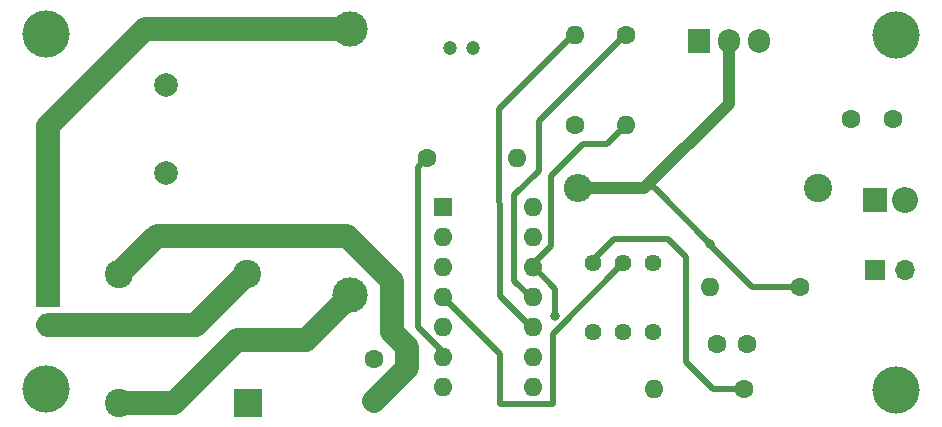
<source format=gbr>
G04 #@! TF.GenerationSoftware,KiCad,Pcbnew,5.1.5+dfsg1-2*
G04 #@! TF.CreationDate,2020-03-29T15:27:08+02:00*
G04 #@! TF.ProjectId,lownoise-pwr,6c6f776e-6f69-4736-952d-7077722e6b69,rev?*
G04 #@! TF.SameCoordinates,Original*
G04 #@! TF.FileFunction,Copper,L2,Bot*
G04 #@! TF.FilePolarity,Positive*
%FSLAX46Y46*%
G04 Gerber Fmt 4.6, Leading zero omitted, Abs format (unit mm)*
G04 Created by KiCad (PCBNEW 5.1.5+dfsg1-2) date 2020-03-29 15:27:08*
%MOMM*%
%LPD*%
G04 APERTURE LIST*
%ADD10O,1.600000X1.600000*%
%ADD11C,1.600000*%
%ADD12O,2.400000X2.400000*%
%ADD13C,2.400000*%
%ADD14C,1.440000*%
%ADD15C,3.000000*%
%ADD16R,2.400000X2.400000*%
%ADD17C,1.200000*%
%ADD18O,1.700000X1.700000*%
%ADD19R,1.700000X1.700000*%
%ADD20O,1.905000X2.000000*%
%ADD21R,1.905000X2.000000*%
%ADD22O,2.200000X2.200000*%
%ADD23R,2.000000X2.000000*%
%ADD24O,2.000000X2.000000*%
%ADD25C,2.000000*%
%ADD26R,1.600000X1.600000*%
%ADD27C,4.000000*%
%ADD28C,0.800000*%
%ADD29C,0.250000*%
%ADD30C,2.000000*%
%ADD31C,0.500000*%
%ADD32C,1.000000*%
G04 APERTURE END LIST*
D10*
X105105200Y-84328000D03*
D11*
X112725200Y-84328000D03*
D12*
X93929200Y-75946000D03*
D13*
X114249200Y-75946000D03*
D14*
X100277200Y-82284000D03*
X97737200Y-82284000D03*
X95197200Y-82284000D03*
X100277200Y-88124000D03*
X97737200Y-88124000D03*
X95197200Y-88124000D03*
D15*
X74587200Y-84934000D03*
X74587200Y-62434000D03*
D10*
X100307200Y-92954000D03*
D11*
X107927200Y-92954000D03*
D10*
X88757200Y-73404000D03*
D11*
X81137200Y-73404000D03*
D13*
X65847200Y-83184000D03*
D16*
X65947200Y-94084000D03*
D13*
X55047200Y-94084000D03*
X55047200Y-83184000D03*
D11*
X120543200Y-70104000D03*
X117043200Y-70104000D03*
D17*
X85017200Y-64034000D03*
X83017200Y-64034000D03*
D11*
X108197200Y-89134000D03*
X105697200Y-89134000D03*
D18*
X121547200Y-82864000D03*
D19*
X119007200Y-82864000D03*
D11*
X76657200Y-93904000D03*
X76657200Y-90404000D03*
D20*
X109207200Y-63444000D03*
X106667200Y-63444000D03*
D21*
X104127200Y-63444000D03*
D22*
X121577200Y-76962000D03*
D23*
X119037200Y-76962000D03*
D24*
X48987200Y-87474000D03*
D23*
X48987200Y-84934000D03*
D25*
X58977200Y-67164000D03*
X58977200Y-74664000D03*
D10*
X90119200Y-77520800D03*
X82499200Y-92760800D03*
X90119200Y-80060800D03*
X82499200Y-90220800D03*
X90119200Y-82600800D03*
X82499200Y-87680800D03*
X90119200Y-85140800D03*
X82499200Y-85140800D03*
X90119200Y-87680800D03*
X82499200Y-82600800D03*
X90119200Y-90220800D03*
X82499200Y-80060800D03*
X90119200Y-92760800D03*
D26*
X82499200Y-77520800D03*
D10*
X93637200Y-62992000D03*
D11*
X93637200Y-70612000D03*
D10*
X97957200Y-70564000D03*
D11*
X97957200Y-62944000D03*
D27*
X120853200Y-92989400D03*
X48857200Y-62874000D03*
X48857200Y-92964000D03*
X120853200Y-62966600D03*
D28*
X91977200Y-86724000D03*
X105062200Y-80634000D03*
D29*
X82499200Y-92760800D02*
X82499200Y-92735400D01*
X55047200Y-83184000D02*
X55047200Y-83114000D01*
D30*
X55047200Y-83114000D02*
X58217200Y-79944000D01*
X58217200Y-79944000D02*
X66567200Y-79944000D01*
X74305200Y-79944000D02*
X66567200Y-79944000D01*
X78181200Y-83820000D02*
X74305200Y-79944000D01*
D29*
X78181200Y-85598000D02*
X78173200Y-85598000D01*
D30*
X78181200Y-85598000D02*
X78181200Y-83820000D01*
D29*
X74305200Y-79944000D02*
X74305200Y-79822000D01*
D30*
X79451200Y-91110000D02*
X76657200Y-93904000D01*
X79451200Y-89408000D02*
X79451200Y-91110000D01*
X78181200Y-88138000D02*
X79451200Y-89408000D01*
X78181200Y-85598000D02*
X78181200Y-88138000D01*
D29*
X82499200Y-90220800D02*
X82499200Y-89836000D01*
D31*
X82499200Y-89836000D02*
X80377200Y-87714000D01*
X80377200Y-74164000D02*
X81137200Y-73404000D01*
X80377200Y-87714000D02*
X80377200Y-74164000D01*
D29*
X90119200Y-82600800D02*
X90119200Y-83261200D01*
X90119200Y-82600800D02*
X90119200Y-82352000D01*
D31*
X90119200Y-82352000D02*
X91617200Y-80854000D01*
X91617200Y-80854000D02*
X91617200Y-74894000D01*
X91617200Y-74894000D02*
X94297200Y-72214000D01*
X96307200Y-72214000D02*
X97957200Y-70564000D01*
X94297200Y-72214000D02*
X96307200Y-72214000D01*
D29*
X90119200Y-82600800D02*
X90224000Y-82600800D01*
X91977200Y-86724000D02*
X91907200Y-86664000D01*
X90119200Y-82600800D02*
X90144000Y-82600800D01*
D31*
X91977200Y-84434000D02*
X91977200Y-86724000D01*
X90144000Y-82600800D02*
X91977200Y-84434000D01*
D29*
X90119200Y-85140800D02*
X90119200Y-85293200D01*
X90119200Y-85140800D02*
X89884000Y-85140800D01*
D31*
X89884000Y-85140800D02*
X88517200Y-83774000D01*
X88517200Y-83774000D02*
X88517200Y-76524000D01*
X88517200Y-76524000D02*
X90567200Y-74474000D01*
X90567200Y-74474000D02*
X90567200Y-70214000D01*
D29*
X97837200Y-62944000D02*
X97957200Y-62944000D01*
D31*
X90567200Y-70214000D02*
X97837200Y-62944000D01*
D32*
X106667200Y-68796000D02*
X106667200Y-63444000D01*
X99517200Y-75946000D02*
X106667200Y-68796000D01*
X93929200Y-75946000D02*
X99517200Y-75946000D01*
D29*
X105062200Y-80634000D02*
X105062200Y-80729000D01*
D31*
X108661200Y-84328000D02*
X112725200Y-84328000D01*
X105062200Y-80729000D02*
X108661200Y-84328000D01*
X100374200Y-75946000D02*
X105062200Y-80634000D01*
D29*
X99517200Y-75946000D02*
X100374200Y-75946000D01*
X90119200Y-80060800D02*
X90170000Y-80060800D01*
X82499200Y-85140800D02*
X82524600Y-85140800D01*
X82499200Y-85140800D02*
X82550400Y-85140800D01*
X82499200Y-85140800D02*
X83074000Y-85140800D01*
D31*
X87325200Y-94234000D02*
X91765200Y-94234000D01*
X87325200Y-89966800D02*
X82499200Y-85140800D01*
X87325200Y-94234000D02*
X87325200Y-89966800D01*
X91765200Y-94234000D02*
X91765200Y-88256000D01*
X91765200Y-88256000D02*
X97737200Y-82284000D01*
D30*
X48987200Y-87474000D02*
X61527200Y-87474000D01*
D29*
X65817200Y-83184000D02*
X65847200Y-83184000D01*
D30*
X61527200Y-87474000D02*
X65817200Y-83184000D01*
X55047200Y-94084000D02*
X59727200Y-94084000D01*
X59727200Y-94084000D02*
X65047200Y-88764000D01*
X70867200Y-88764000D02*
X74647200Y-84984000D01*
X65047200Y-88764000D02*
X70867200Y-88764000D01*
X48987200Y-84934000D02*
X48987200Y-70694000D01*
X57197200Y-62484000D02*
X74647200Y-62484000D01*
X48987200Y-70694000D02*
X57197200Y-62484000D01*
D31*
X87237200Y-69214000D02*
X93637200Y-62814000D01*
D29*
X90119200Y-87680800D02*
X89916000Y-87680800D01*
D31*
X89916000Y-87680800D02*
X87325200Y-85090000D01*
X87325200Y-85090000D02*
X87237200Y-69214000D01*
D29*
X100267200Y-82284000D02*
X100279200Y-82296000D01*
X100277200Y-82284000D02*
X100277200Y-82294000D01*
X100277200Y-82284000D02*
X100277200Y-82548000D01*
D31*
X107927200Y-92954000D02*
X105349200Y-92954000D01*
X105349200Y-92954000D02*
X103073200Y-90678000D01*
D29*
X95197200Y-82284000D02*
X95197200Y-82044000D01*
D31*
X95197200Y-82044000D02*
X96977200Y-80264000D01*
X96977200Y-80264000D02*
X101549200Y-80264000D01*
X103073200Y-81788000D02*
X103073200Y-88138000D01*
X101549200Y-80264000D02*
X103073200Y-81788000D01*
X103073200Y-88138000D02*
X103073200Y-87620000D01*
X103073200Y-90678000D02*
X103073200Y-88138000D01*
M02*

</source>
